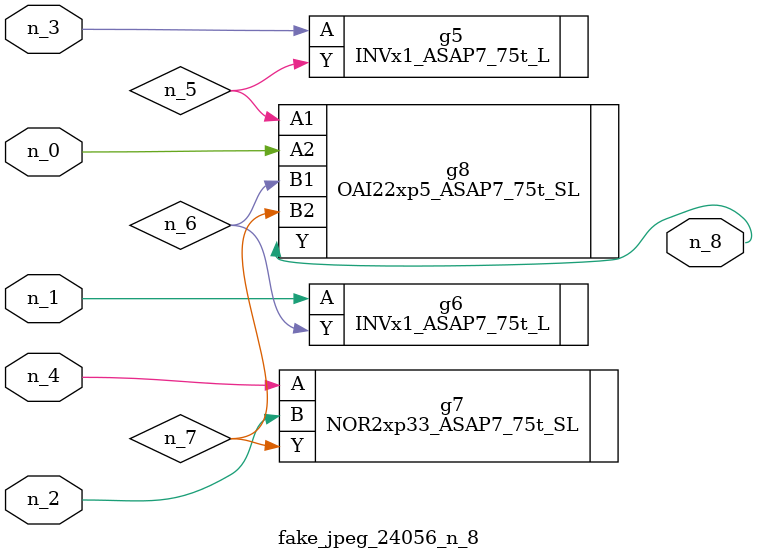
<source format=v>
module fake_jpeg_24056_n_8 (n_3, n_2, n_1, n_0, n_4, n_8);

input n_3;
input n_2;
input n_1;
input n_0;
input n_4;

output n_8;

wire n_6;
wire n_5;
wire n_7;

INVx1_ASAP7_75t_L g5 ( 
.A(n_3),
.Y(n_5)
);

INVx1_ASAP7_75t_L g6 ( 
.A(n_1),
.Y(n_6)
);

NOR2xp33_ASAP7_75t_SL g7 ( 
.A(n_4),
.B(n_2),
.Y(n_7)
);

OAI22xp5_ASAP7_75t_SL g8 ( 
.A1(n_5),
.A2(n_0),
.B1(n_6),
.B2(n_7),
.Y(n_8)
);


endmodule
</source>
